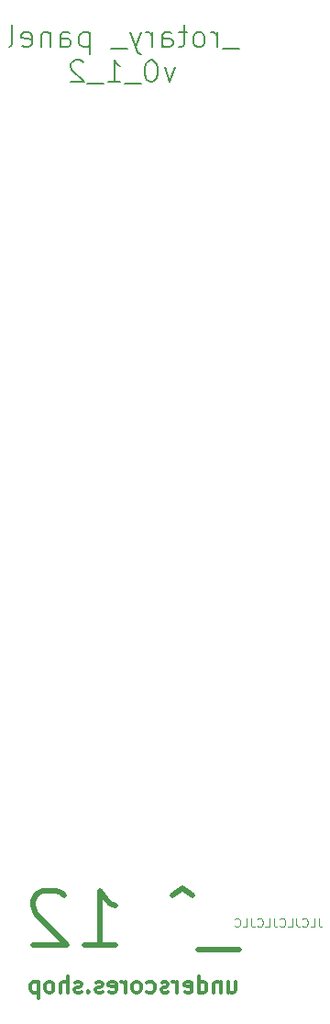
<source format=gbr>
%TF.GenerationSoftware,KiCad,Pcbnew,6.0.7*%
%TF.CreationDate,2023-06-12T17:52:21+12:00*%
%TF.ProjectId,panel,70616e65-6c2e-46b6-9963-61645f706362,rev?*%
%TF.SameCoordinates,Original*%
%TF.FileFunction,Legend,Bot*%
%TF.FilePolarity,Positive*%
%FSLAX46Y46*%
G04 Gerber Fmt 4.6, Leading zero omitted, Abs format (unit mm)*
G04 Created by KiCad (PCBNEW 6.0.7) date 2023-06-12 17:52:21*
%MOMM*%
%LPD*%
G01*
G04 APERTURE LIST*
%ADD10C,0.500000*%
%ADD11C,0.200000*%
%ADD12C,0.300000*%
%ADD13C,0.040000*%
G04 APERTURE END LIST*
D10*
X109900000Y-140938095D02*
X106090476Y-140938095D01*
X105614285Y-135938095D02*
X104661904Y-135223809D01*
X103709523Y-135938095D01*
X95614285Y-140461904D02*
X98471428Y-140461904D01*
X97042857Y-140461904D02*
X97042857Y-135461904D01*
X97519047Y-136176190D01*
X97995238Y-136652380D01*
X98471428Y-136890476D01*
X93709523Y-135938095D02*
X93471428Y-135700000D01*
X92995238Y-135461904D01*
X91804761Y-135461904D01*
X91328571Y-135700000D01*
X91090476Y-135938095D01*
X90852380Y-136414285D01*
X90852380Y-136890476D01*
X91090476Y-137604761D01*
X93947619Y-140461904D01*
X90852380Y-140461904D01*
D11*
X109861904Y-57885238D02*
X108338095Y-57885238D01*
X107861904Y-57694761D02*
X107861904Y-56361428D01*
X107861904Y-56742380D02*
X107766666Y-56551904D01*
X107671428Y-56456666D01*
X107480952Y-56361428D01*
X107290476Y-56361428D01*
X106338095Y-57694761D02*
X106528571Y-57599523D01*
X106623809Y-57504285D01*
X106719047Y-57313809D01*
X106719047Y-56742380D01*
X106623809Y-56551904D01*
X106528571Y-56456666D01*
X106338095Y-56361428D01*
X106052380Y-56361428D01*
X105861904Y-56456666D01*
X105766666Y-56551904D01*
X105671428Y-56742380D01*
X105671428Y-57313809D01*
X105766666Y-57504285D01*
X105861904Y-57599523D01*
X106052380Y-57694761D01*
X106338095Y-57694761D01*
X105100000Y-56361428D02*
X104338095Y-56361428D01*
X104814285Y-55694761D02*
X104814285Y-57409047D01*
X104719047Y-57599523D01*
X104528571Y-57694761D01*
X104338095Y-57694761D01*
X102814285Y-57694761D02*
X102814285Y-56647142D01*
X102909523Y-56456666D01*
X103100000Y-56361428D01*
X103480952Y-56361428D01*
X103671428Y-56456666D01*
X102814285Y-57599523D02*
X103004761Y-57694761D01*
X103480952Y-57694761D01*
X103671428Y-57599523D01*
X103766666Y-57409047D01*
X103766666Y-57218571D01*
X103671428Y-57028095D01*
X103480952Y-56932857D01*
X103004761Y-56932857D01*
X102814285Y-56837619D01*
X101861904Y-57694761D02*
X101861904Y-56361428D01*
X101861904Y-56742380D02*
X101766666Y-56551904D01*
X101671428Y-56456666D01*
X101480952Y-56361428D01*
X101290476Y-56361428D01*
X100814285Y-56361428D02*
X100338095Y-57694761D01*
X99861904Y-56361428D02*
X100338095Y-57694761D01*
X100528571Y-58170952D01*
X100623809Y-58266190D01*
X100814285Y-58361428D01*
X99576190Y-57885238D02*
X98052380Y-57885238D01*
X96052380Y-56361428D02*
X96052380Y-58361428D01*
X96052380Y-56456666D02*
X95861904Y-56361428D01*
X95480952Y-56361428D01*
X95290476Y-56456666D01*
X95195238Y-56551904D01*
X95100000Y-56742380D01*
X95100000Y-57313809D01*
X95195238Y-57504285D01*
X95290476Y-57599523D01*
X95480952Y-57694761D01*
X95861904Y-57694761D01*
X96052380Y-57599523D01*
X93385714Y-57694761D02*
X93385714Y-56647142D01*
X93480952Y-56456666D01*
X93671428Y-56361428D01*
X94052380Y-56361428D01*
X94242857Y-56456666D01*
X93385714Y-57599523D02*
X93576190Y-57694761D01*
X94052380Y-57694761D01*
X94242857Y-57599523D01*
X94338095Y-57409047D01*
X94338095Y-57218571D01*
X94242857Y-57028095D01*
X94052380Y-56932857D01*
X93576190Y-56932857D01*
X93385714Y-56837619D01*
X92433333Y-56361428D02*
X92433333Y-57694761D01*
X92433333Y-56551904D02*
X92338095Y-56456666D01*
X92147619Y-56361428D01*
X91861904Y-56361428D01*
X91671428Y-56456666D01*
X91576190Y-56647142D01*
X91576190Y-57694761D01*
X89861904Y-57599523D02*
X90052380Y-57694761D01*
X90433333Y-57694761D01*
X90623809Y-57599523D01*
X90719047Y-57409047D01*
X90719047Y-56647142D01*
X90623809Y-56456666D01*
X90433333Y-56361428D01*
X90052380Y-56361428D01*
X89861904Y-56456666D01*
X89766666Y-56647142D01*
X89766666Y-56837619D01*
X90719047Y-57028095D01*
X88623809Y-57694761D02*
X88814285Y-57599523D01*
X88909523Y-57409047D01*
X88909523Y-55694761D01*
X103957142Y-59581428D02*
X103480952Y-60914761D01*
X103004761Y-59581428D01*
X101861904Y-58914761D02*
X101671428Y-58914761D01*
X101480952Y-59010000D01*
X101385714Y-59105238D01*
X101290476Y-59295714D01*
X101195238Y-59676666D01*
X101195238Y-60152857D01*
X101290476Y-60533809D01*
X101385714Y-60724285D01*
X101480952Y-60819523D01*
X101671428Y-60914761D01*
X101861904Y-60914761D01*
X102052380Y-60819523D01*
X102147619Y-60724285D01*
X102242857Y-60533809D01*
X102338095Y-60152857D01*
X102338095Y-59676666D01*
X102242857Y-59295714D01*
X102147619Y-59105238D01*
X102052380Y-59010000D01*
X101861904Y-58914761D01*
X100814285Y-61105238D02*
X99290476Y-61105238D01*
X97766666Y-60914761D02*
X98909523Y-60914761D01*
X98338095Y-60914761D02*
X98338095Y-58914761D01*
X98528571Y-59200476D01*
X98719047Y-59390952D01*
X98909523Y-59486190D01*
X97385714Y-61105238D02*
X95861904Y-61105238D01*
X95480952Y-59105238D02*
X95385714Y-59010000D01*
X95195238Y-58914761D01*
X94719047Y-58914761D01*
X94528571Y-59010000D01*
X94433333Y-59105238D01*
X94338095Y-59295714D01*
X94338095Y-59486190D01*
X94433333Y-59771904D01*
X95576190Y-60914761D01*
X94338095Y-60914761D01*
D12*
X108885714Y-143878571D02*
X108885714Y-144878571D01*
X109528571Y-143878571D02*
X109528571Y-144664285D01*
X109457142Y-144807142D01*
X109314285Y-144878571D01*
X109100000Y-144878571D01*
X108957142Y-144807142D01*
X108885714Y-144735714D01*
X108171428Y-143878571D02*
X108171428Y-144878571D01*
X108171428Y-144021428D02*
X108100000Y-143950000D01*
X107957142Y-143878571D01*
X107742857Y-143878571D01*
X107600000Y-143950000D01*
X107528571Y-144092857D01*
X107528571Y-144878571D01*
X106171428Y-144878571D02*
X106171428Y-143378571D01*
X106171428Y-144807142D02*
X106314285Y-144878571D01*
X106600000Y-144878571D01*
X106742857Y-144807142D01*
X106814285Y-144735714D01*
X106885714Y-144592857D01*
X106885714Y-144164285D01*
X106814285Y-144021428D01*
X106742857Y-143950000D01*
X106600000Y-143878571D01*
X106314285Y-143878571D01*
X106171428Y-143950000D01*
X104885714Y-144807142D02*
X105028571Y-144878571D01*
X105314285Y-144878571D01*
X105457142Y-144807142D01*
X105528571Y-144664285D01*
X105528571Y-144092857D01*
X105457142Y-143950000D01*
X105314285Y-143878571D01*
X105028571Y-143878571D01*
X104885714Y-143950000D01*
X104814285Y-144092857D01*
X104814285Y-144235714D01*
X105528571Y-144378571D01*
X104171428Y-144878571D02*
X104171428Y-143878571D01*
X104171428Y-144164285D02*
X104100000Y-144021428D01*
X104028571Y-143950000D01*
X103885714Y-143878571D01*
X103742857Y-143878571D01*
X103314285Y-144807142D02*
X103171428Y-144878571D01*
X102885714Y-144878571D01*
X102742857Y-144807142D01*
X102671428Y-144664285D01*
X102671428Y-144592857D01*
X102742857Y-144450000D01*
X102885714Y-144378571D01*
X103100000Y-144378571D01*
X103242857Y-144307142D01*
X103314285Y-144164285D01*
X103314285Y-144092857D01*
X103242857Y-143950000D01*
X103100000Y-143878571D01*
X102885714Y-143878571D01*
X102742857Y-143950000D01*
X101385714Y-144807142D02*
X101528571Y-144878571D01*
X101814285Y-144878571D01*
X101957142Y-144807142D01*
X102028571Y-144735714D01*
X102100000Y-144592857D01*
X102100000Y-144164285D01*
X102028571Y-144021428D01*
X101957142Y-143950000D01*
X101814285Y-143878571D01*
X101528571Y-143878571D01*
X101385714Y-143950000D01*
X100528571Y-144878571D02*
X100671428Y-144807142D01*
X100742857Y-144735714D01*
X100814285Y-144592857D01*
X100814285Y-144164285D01*
X100742857Y-144021428D01*
X100671428Y-143950000D01*
X100528571Y-143878571D01*
X100314285Y-143878571D01*
X100171428Y-143950000D01*
X100100000Y-144021428D01*
X100028571Y-144164285D01*
X100028571Y-144592857D01*
X100100000Y-144735714D01*
X100171428Y-144807142D01*
X100314285Y-144878571D01*
X100528571Y-144878571D01*
X99385714Y-144878571D02*
X99385714Y-143878571D01*
X99385714Y-144164285D02*
X99314285Y-144021428D01*
X99242857Y-143950000D01*
X99100000Y-143878571D01*
X98957142Y-143878571D01*
X97885714Y-144807142D02*
X98028571Y-144878571D01*
X98314285Y-144878571D01*
X98457142Y-144807142D01*
X98528571Y-144664285D01*
X98528571Y-144092857D01*
X98457142Y-143950000D01*
X98314285Y-143878571D01*
X98028571Y-143878571D01*
X97885714Y-143950000D01*
X97814285Y-144092857D01*
X97814285Y-144235714D01*
X98528571Y-144378571D01*
X97242857Y-144807142D02*
X97100000Y-144878571D01*
X96814285Y-144878571D01*
X96671428Y-144807142D01*
X96600000Y-144664285D01*
X96600000Y-144592857D01*
X96671428Y-144450000D01*
X96814285Y-144378571D01*
X97028571Y-144378571D01*
X97171428Y-144307142D01*
X97242857Y-144164285D01*
X97242857Y-144092857D01*
X97171428Y-143950000D01*
X97028571Y-143878571D01*
X96814285Y-143878571D01*
X96671428Y-143950000D01*
X95957142Y-144735714D02*
X95885714Y-144807142D01*
X95957142Y-144878571D01*
X96028571Y-144807142D01*
X95957142Y-144735714D01*
X95957142Y-144878571D01*
X95314285Y-144807142D02*
X95171428Y-144878571D01*
X94885714Y-144878571D01*
X94742857Y-144807142D01*
X94671428Y-144664285D01*
X94671428Y-144592857D01*
X94742857Y-144450000D01*
X94885714Y-144378571D01*
X95100000Y-144378571D01*
X95242857Y-144307142D01*
X95314285Y-144164285D01*
X95314285Y-144092857D01*
X95242857Y-143950000D01*
X95100000Y-143878571D01*
X94885714Y-143878571D01*
X94742857Y-143950000D01*
X94028571Y-144878571D02*
X94028571Y-143378571D01*
X93385714Y-144878571D02*
X93385714Y-144092857D01*
X93457142Y-143950000D01*
X93600000Y-143878571D01*
X93814285Y-143878571D01*
X93957142Y-143950000D01*
X94028571Y-144021428D01*
X92457142Y-144878571D02*
X92600000Y-144807142D01*
X92671428Y-144735714D01*
X92742857Y-144592857D01*
X92742857Y-144164285D01*
X92671428Y-144021428D01*
X92600000Y-143950000D01*
X92457142Y-143878571D01*
X92242857Y-143878571D01*
X92100000Y-143950000D01*
X92028571Y-144021428D01*
X91957142Y-144164285D01*
X91957142Y-144592857D01*
X92028571Y-144735714D01*
X92100000Y-144807142D01*
X92242857Y-144878571D01*
X92457142Y-144878571D01*
X91314285Y-143878571D02*
X91314285Y-145378571D01*
X91314285Y-143950000D02*
X91171428Y-143878571D01*
X90885714Y-143878571D01*
X90742857Y-143950000D01*
X90671428Y-144021428D01*
X90600000Y-144164285D01*
X90600000Y-144592857D01*
X90671428Y-144735714D01*
X90742857Y-144807142D01*
X90885714Y-144878571D01*
X91171428Y-144878571D01*
X91314285Y-144807142D01*
D13*
X117241428Y-138006428D02*
X117241428Y-138585000D01*
X117280000Y-138700714D01*
X117357142Y-138777857D01*
X117472857Y-138816428D01*
X117550000Y-138816428D01*
X116470000Y-138816428D02*
X116855714Y-138816428D01*
X116855714Y-138006428D01*
X115737142Y-138739285D02*
X115775714Y-138777857D01*
X115891428Y-138816428D01*
X115968571Y-138816428D01*
X116084285Y-138777857D01*
X116161428Y-138700714D01*
X116200000Y-138623571D01*
X116238571Y-138469285D01*
X116238571Y-138353571D01*
X116200000Y-138199285D01*
X116161428Y-138122142D01*
X116084285Y-138045000D01*
X115968571Y-138006428D01*
X115891428Y-138006428D01*
X115775714Y-138045000D01*
X115737142Y-138083571D01*
X115158571Y-138006428D02*
X115158571Y-138585000D01*
X115197142Y-138700714D01*
X115274285Y-138777857D01*
X115390000Y-138816428D01*
X115467142Y-138816428D01*
X114387142Y-138816428D02*
X114772857Y-138816428D01*
X114772857Y-138006428D01*
X113654285Y-138739285D02*
X113692857Y-138777857D01*
X113808571Y-138816428D01*
X113885714Y-138816428D01*
X114001428Y-138777857D01*
X114078571Y-138700714D01*
X114117142Y-138623571D01*
X114155714Y-138469285D01*
X114155714Y-138353571D01*
X114117142Y-138199285D01*
X114078571Y-138122142D01*
X114001428Y-138045000D01*
X113885714Y-138006428D01*
X113808571Y-138006428D01*
X113692857Y-138045000D01*
X113654285Y-138083571D01*
X113075714Y-138006428D02*
X113075714Y-138585000D01*
X113114285Y-138700714D01*
X113191428Y-138777857D01*
X113307142Y-138816428D01*
X113384285Y-138816428D01*
X112304285Y-138816428D02*
X112690000Y-138816428D01*
X112690000Y-138006428D01*
X111571428Y-138739285D02*
X111610000Y-138777857D01*
X111725714Y-138816428D01*
X111802857Y-138816428D01*
X111918571Y-138777857D01*
X111995714Y-138700714D01*
X112034285Y-138623571D01*
X112072857Y-138469285D01*
X112072857Y-138353571D01*
X112034285Y-138199285D01*
X111995714Y-138122142D01*
X111918571Y-138045000D01*
X111802857Y-138006428D01*
X111725714Y-138006428D01*
X111610000Y-138045000D01*
X111571428Y-138083571D01*
X110992857Y-138006428D02*
X110992857Y-138585000D01*
X111031428Y-138700714D01*
X111108571Y-138777857D01*
X111224285Y-138816428D01*
X111301428Y-138816428D01*
X110221428Y-138816428D02*
X110607142Y-138816428D01*
X110607142Y-138006428D01*
X109488571Y-138739285D02*
X109527142Y-138777857D01*
X109642857Y-138816428D01*
X109720000Y-138816428D01*
X109835714Y-138777857D01*
X109912857Y-138700714D01*
X109951428Y-138623571D01*
X109990000Y-138469285D01*
X109990000Y-138353571D01*
X109951428Y-138199285D01*
X109912857Y-138122142D01*
X109835714Y-138045000D01*
X109720000Y-138006428D01*
X109642857Y-138006428D01*
X109527142Y-138045000D01*
X109488571Y-138083571D01*
M02*

</source>
